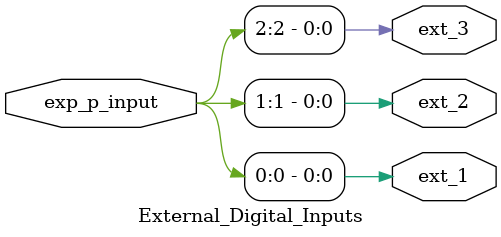
<source format=v>
`timescale 1ns / 1ps


module External_Digital_Inputs(
input [7:0] exp_p_input,

output ext_1, ext_2,ext_3

    );
    
    assign ext_1 = exp_p_input[0];
    assign ext_2 = exp_p_input[1];
    assign ext_3 = exp_p_input[2];
    
endmodule

</source>
